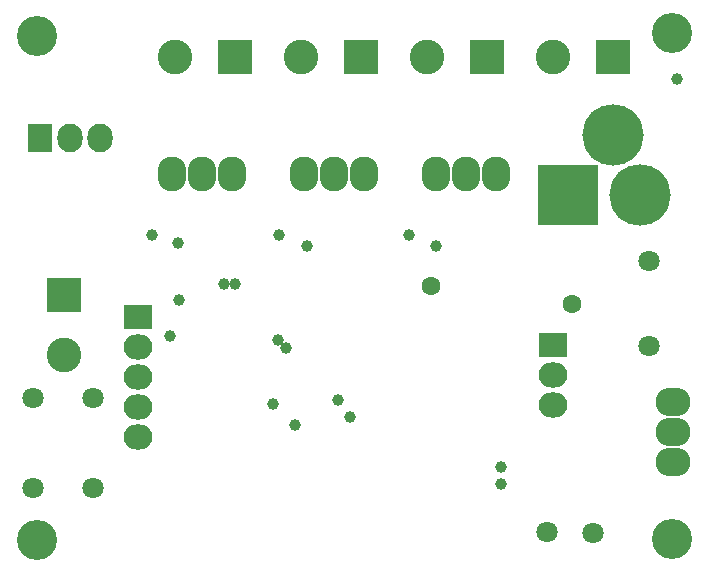
<source format=gbr>
G04 #@! TF.FileFunction,Soldermask,Bot*
%FSLAX46Y46*%
G04 Gerber Fmt 4.6, Leading zero omitted, Abs format (unit mm)*
G04 Created by KiCad (PCBNEW (2015-09-03 BZR 6154)-product) date 2015 September 07, Monday 13:00:52*
%MOMM*%
G01*
G04 APERTURE LIST*
%ADD10C,0.100000*%
%ADD11C,5.200600*%
%ADD12R,5.200600X5.200600*%
%ADD13R,2.940000X2.940000*%
%ADD14C,2.940000*%
%ADD15R,2.432000X2.127200*%
%ADD16O,2.432000X2.127200*%
%ADD17R,2.127200X2.432000*%
%ADD18O,2.127200X2.432000*%
%ADD19O,2.432000X2.940000*%
%ADD20C,1.797000*%
%ADD21C,3.399740*%
%ADD22O,2.940000X2.432000*%
%ADD23C,1.000000*%
%ADD24C,1.800000*%
%ADD25C,1.600000*%
G04 APERTURE END LIST*
D10*
D11*
X208534000Y-88900000D03*
D12*
X202438000Y-88900000D03*
D11*
X206248000Y-83820000D03*
D13*
X159766000Y-97345500D03*
D14*
X159766000Y-102425500D03*
D13*
X206248000Y-77216000D03*
D14*
X201168000Y-77216000D03*
D15*
X166065200Y-99187000D03*
D16*
X166065200Y-101727000D03*
X166065200Y-104267000D03*
X166065200Y-106807000D03*
X166065200Y-109347000D03*
D15*
X201168000Y-101600000D03*
D16*
X201168000Y-104140000D03*
X201168000Y-106680000D03*
D17*
X157734000Y-84074000D03*
D18*
X160274000Y-84074000D03*
X162814000Y-84074000D03*
D13*
X195580000Y-77216000D03*
D14*
X190500000Y-77216000D03*
D13*
X184912000Y-77216000D03*
D14*
X179832000Y-77216000D03*
D13*
X174244000Y-77216000D03*
D14*
X169164000Y-77216000D03*
D19*
X193802000Y-87122000D03*
X196342000Y-87122000D03*
X191262000Y-87122000D03*
X182626000Y-87122000D03*
X185166000Y-87122000D03*
X180086000Y-87122000D03*
X171450000Y-87122000D03*
X173990000Y-87122000D03*
X168910000Y-87122000D03*
D20*
X162242500Y-113665000D03*
X157162500Y-113665000D03*
X162242500Y-106045000D03*
X157162500Y-106045000D03*
D21*
X211277200Y-118008400D03*
X157480000Y-75438000D03*
X157480000Y-118110000D03*
X211277200Y-75184000D03*
D22*
X211328000Y-108966000D03*
X211328000Y-106426000D03*
X211328000Y-111506000D03*
D23*
X183951880Y-107640120D03*
X182976520Y-106255919D03*
X178572160Y-101851559D03*
X177878641Y-101158040D03*
X169519600Y-97790000D03*
X191262000Y-93167200D03*
X169444924Y-92940000D03*
X180319516Y-93206000D03*
X173329600Y-96443800D03*
X174269400Y-96418400D03*
D24*
X204597000Y-117475000D03*
X200703180Y-117441980D03*
X209270600Y-94488000D03*
X209270600Y-101625400D03*
D23*
X188966420Y-92278200D03*
X177983136Y-92278200D03*
X167182800Y-92278200D03*
X168757600Y-100812600D03*
D25*
X190804800Y-96545400D03*
X202819000Y-98145600D03*
D23*
X211658200Y-79070200D03*
X177495200Y-106603800D03*
X179324000Y-108331000D03*
X196799200Y-113334800D03*
X196799200Y-111887000D03*
M02*

</source>
